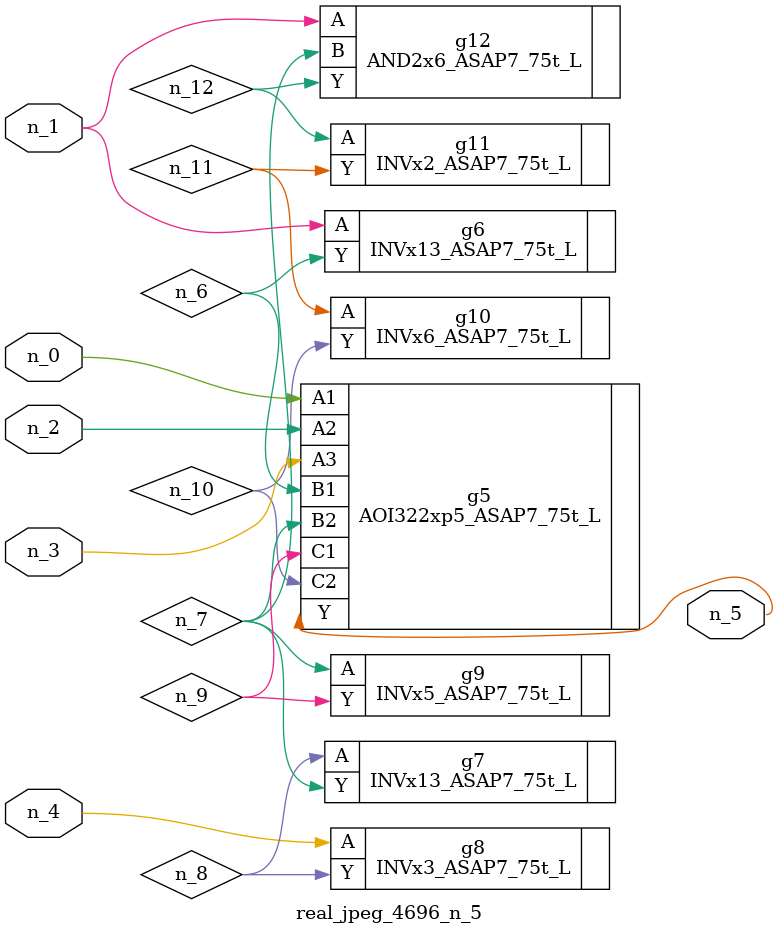
<source format=v>
module real_jpeg_4696_n_5 (n_4, n_0, n_1, n_2, n_3, n_5);

input n_4;
input n_0;
input n_1;
input n_2;
input n_3;

output n_5;

wire n_12;
wire n_8;
wire n_11;
wire n_6;
wire n_7;
wire n_10;
wire n_9;

AOI322xp5_ASAP7_75t_L g5 ( 
.A1(n_0),
.A2(n_2),
.A3(n_3),
.B1(n_6),
.B2(n_7),
.C1(n_9),
.C2(n_10),
.Y(n_5)
);

INVx13_ASAP7_75t_L g6 ( 
.A(n_1),
.Y(n_6)
);

AND2x6_ASAP7_75t_L g12 ( 
.A(n_1),
.B(n_7),
.Y(n_12)
);

INVx3_ASAP7_75t_L g8 ( 
.A(n_4),
.Y(n_8)
);

INVx5_ASAP7_75t_L g9 ( 
.A(n_7),
.Y(n_9)
);

INVx13_ASAP7_75t_L g7 ( 
.A(n_8),
.Y(n_7)
);

INVx6_ASAP7_75t_L g10 ( 
.A(n_11),
.Y(n_10)
);

INVx2_ASAP7_75t_L g11 ( 
.A(n_12),
.Y(n_11)
);


endmodule
</source>
